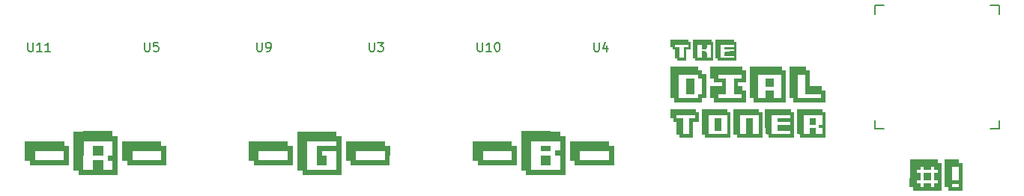
<source format=gto>
G04 #@! TF.GenerationSoftware,KiCad,Pcbnew,(6.0.6-0)*
G04 #@! TF.CreationDate,2022-09-14T12:48:58-04:00*
G04 #@! TF.ProjectId,dial_toner_mx,6469616c-5f74-46f6-9e65-725f6d782e6b,rev?*
G04 #@! TF.SameCoordinates,Original*
G04 #@! TF.FileFunction,Legend,Top*
G04 #@! TF.FilePolarity,Positive*
%FSLAX46Y46*%
G04 Gerber Fmt 4.6, Leading zero omitted, Abs format (unit mm)*
G04 Created by KiCad (PCBNEW (6.0.6-0)) date 2022-09-14 12:48:58*
%MOMM*%
%LPD*%
G01*
G04 APERTURE LIST*
%ADD10C,0.150000*%
%ADD11R,1.700000X1.700000*%
%ADD12O,1.700000X1.700000*%
%ADD13C,1.700000*%
%ADD14C,1.701800*%
%ADD15C,0.990600*%
%ADD16C,3.429000*%
%ADD17C,2.032000*%
G04 APERTURE END LIST*
D10*
X145827904Y-123174380D02*
X145827904Y-123983904D01*
X145875523Y-124079142D01*
X145923142Y-124126761D01*
X146018380Y-124174380D01*
X146208857Y-124174380D01*
X146304095Y-124126761D01*
X146351714Y-124079142D01*
X146399333Y-123983904D01*
X146399333Y-123174380D01*
X147399333Y-124174380D02*
X146827904Y-124174380D01*
X147113619Y-124174380D02*
X147113619Y-123174380D01*
X147018380Y-123317238D01*
X146923142Y-123412476D01*
X146827904Y-123460095D01*
X148018380Y-123174380D02*
X148113619Y-123174380D01*
X148208857Y-123222000D01*
X148256476Y-123269619D01*
X148304095Y-123364857D01*
X148351714Y-123555333D01*
X148351714Y-123793428D01*
X148304095Y-123983904D01*
X148256476Y-124079142D01*
X148208857Y-124126761D01*
X148113619Y-124174380D01*
X148018380Y-124174380D01*
X147923142Y-124126761D01*
X147875523Y-124079142D01*
X147827904Y-123983904D01*
X147780285Y-123793428D01*
X147780285Y-123555333D01*
X147827904Y-123364857D01*
X147875523Y-123269619D01*
X147923142Y-123222000D01*
X148018380Y-123174380D01*
X108204095Y-123174380D02*
X108204095Y-123983904D01*
X108251714Y-124079142D01*
X108299333Y-124126761D01*
X108394571Y-124174380D01*
X108585047Y-124174380D01*
X108680285Y-124126761D01*
X108727904Y-124079142D01*
X108775523Y-123983904D01*
X108775523Y-123174380D01*
X109727904Y-123174380D02*
X109251714Y-123174380D01*
X109204095Y-123650571D01*
X109251714Y-123602952D01*
X109346952Y-123555333D01*
X109585047Y-123555333D01*
X109680285Y-123602952D01*
X109727904Y-123650571D01*
X109775523Y-123745809D01*
X109775523Y-123983904D01*
X109727904Y-124079142D01*
X109680285Y-124126761D01*
X109585047Y-124174380D01*
X109346952Y-124174380D01*
X109251714Y-124126761D01*
X109204095Y-124079142D01*
X133604095Y-123174380D02*
X133604095Y-123983904D01*
X133651714Y-124079142D01*
X133699333Y-124126761D01*
X133794571Y-124174380D01*
X133985047Y-124174380D01*
X134080285Y-124126761D01*
X134127904Y-124079142D01*
X134175523Y-123983904D01*
X134175523Y-123174380D01*
X134556476Y-123174380D02*
X135175523Y-123174380D01*
X134842190Y-123555333D01*
X134985047Y-123555333D01*
X135080285Y-123602952D01*
X135127904Y-123650571D01*
X135175523Y-123745809D01*
X135175523Y-123983904D01*
X135127904Y-124079142D01*
X135080285Y-124126761D01*
X134985047Y-124174380D01*
X134699333Y-124174380D01*
X134604095Y-124126761D01*
X134556476Y-124079142D01*
X120904095Y-123174380D02*
X120904095Y-123983904D01*
X120951714Y-124079142D01*
X120999333Y-124126761D01*
X121094571Y-124174380D01*
X121285047Y-124174380D01*
X121380285Y-124126761D01*
X121427904Y-124079142D01*
X121475523Y-123983904D01*
X121475523Y-123174380D01*
X121999333Y-124174380D02*
X122189809Y-124174380D01*
X122285047Y-124126761D01*
X122332666Y-124079142D01*
X122427904Y-123936285D01*
X122475523Y-123745809D01*
X122475523Y-123364857D01*
X122427904Y-123269619D01*
X122380285Y-123222000D01*
X122285047Y-123174380D01*
X122094571Y-123174380D01*
X121999333Y-123222000D01*
X121951714Y-123269619D01*
X121904095Y-123364857D01*
X121904095Y-123602952D01*
X121951714Y-123698190D01*
X121999333Y-123745809D01*
X122094571Y-123793428D01*
X122285047Y-123793428D01*
X122380285Y-123745809D01*
X122427904Y-123698190D01*
X122475523Y-123602952D01*
X159004095Y-123174380D02*
X159004095Y-123983904D01*
X159051714Y-124079142D01*
X159099333Y-124126761D01*
X159194571Y-124174380D01*
X159385047Y-124174380D01*
X159480285Y-124126761D01*
X159527904Y-124079142D01*
X159575523Y-123983904D01*
X159575523Y-123174380D01*
X160480285Y-123507714D02*
X160480285Y-124174380D01*
X160242190Y-123126761D02*
X160004095Y-123841047D01*
X160623142Y-123841047D01*
X95027904Y-123174380D02*
X95027904Y-123983904D01*
X95075523Y-124079142D01*
X95123142Y-124126761D01*
X95218380Y-124174380D01*
X95408857Y-124174380D01*
X95504095Y-124126761D01*
X95551714Y-124079142D01*
X95599333Y-123983904D01*
X95599333Y-123174380D01*
X96599333Y-124174380D02*
X96027904Y-124174380D01*
X96313619Y-124174380D02*
X96313619Y-123174380D01*
X96218380Y-123317238D01*
X96123142Y-123412476D01*
X96027904Y-123460095D01*
X97551714Y-124174380D02*
X96980285Y-124174380D01*
X97266000Y-124174380D02*
X97266000Y-123174380D01*
X97170761Y-123317238D01*
X97075523Y-123412476D01*
X96980285Y-123460095D01*
G36*
X125486013Y-133219331D02*
G01*
X129877437Y-133219331D01*
X129887672Y-133490148D01*
X129897906Y-133760965D01*
X130168723Y-133771199D01*
X130439540Y-133781434D01*
X130439540Y-138172858D01*
X128235045Y-138181905D01*
X126030549Y-138190952D01*
X126030549Y-137628322D01*
X125467919Y-137628322D01*
X125468063Y-137593190D01*
X126592652Y-137593190D01*
X129859872Y-137593190D01*
X129859872Y-135450175D01*
X128243827Y-135450175D01*
X128243827Y-135977146D01*
X128807714Y-135977146D01*
X128798039Y-136530465D01*
X128788364Y-137083785D01*
X128235045Y-137093460D01*
X127681725Y-137103135D01*
X127681725Y-134852941D01*
X129859872Y-134852941D01*
X129859872Y-134325970D01*
X126592652Y-134325970D01*
X126592652Y-137593190D01*
X125468063Y-137593190D01*
X125476966Y-135423826D01*
X125486013Y-133219331D01*
G37*
G36*
X110080895Y-134325970D02*
G01*
X110080895Y-134852941D01*
X110642998Y-134852941D01*
X110642998Y-137101351D01*
X108453140Y-137101351D01*
X108067240Y-137100985D01*
X107702280Y-137099929D01*
X107364304Y-137098249D01*
X107059352Y-137096007D01*
X106793469Y-137093267D01*
X106572697Y-137090094D01*
X106403078Y-137086551D01*
X106290655Y-137082703D01*
X106241470Y-137078612D01*
X106239862Y-137077930D01*
X106228451Y-137033654D01*
X106220116Y-136938661D01*
X106216484Y-136812480D01*
X106216442Y-136796878D01*
X106216442Y-136539248D01*
X105689471Y-136539248D01*
X105689471Y-136504117D01*
X106813675Y-136504117D01*
X110080895Y-136504117D01*
X110080895Y-135450175D01*
X106813675Y-135450175D01*
X106813675Y-136504117D01*
X105689471Y-136504117D01*
X105689471Y-134325970D01*
X110080895Y-134325970D01*
G37*
G36*
X103511324Y-135977146D02*
G01*
X102387119Y-135977146D01*
X102387119Y-134852941D01*
X103511324Y-134852941D01*
X103511324Y-135977146D01*
G37*
G36*
X99119899Y-134325970D02*
G01*
X99119899Y-134849986D01*
X99392168Y-134860246D01*
X99664436Y-134870507D01*
X99664436Y-137083785D01*
X97459941Y-137092832D01*
X95255446Y-137101878D01*
X95255446Y-136539248D01*
X94693343Y-136539248D01*
X94693343Y-136504117D01*
X95817548Y-136504117D01*
X99084768Y-136504117D01*
X99084768Y-135450175D01*
X95817548Y-135450175D01*
X95817548Y-136504117D01*
X94693343Y-136504117D01*
X94693343Y-134325970D01*
X99119899Y-134325970D01*
G37*
G36*
X153002679Y-133210284D02*
G01*
X155207175Y-133219331D01*
X155217435Y-133491600D01*
X155227696Y-133763868D01*
X155751711Y-133763868D01*
X155751711Y-138190424D01*
X153561854Y-138190424D01*
X153175954Y-138190058D01*
X152810994Y-138189003D01*
X152473017Y-138187322D01*
X152168066Y-138185080D01*
X151902183Y-138182340D01*
X151681411Y-138179167D01*
X151511792Y-138175624D01*
X151399369Y-138171776D01*
X151350184Y-138167686D01*
X151348576Y-138167003D01*
X151337165Y-138122727D01*
X151328830Y-138027734D01*
X151325198Y-137901554D01*
X151325155Y-137885952D01*
X151325155Y-137628322D01*
X150798184Y-137628322D01*
X150798184Y-137593190D01*
X151922389Y-137593190D01*
X155189609Y-137593190D01*
X155189609Y-135977146D01*
X154627507Y-135977146D01*
X154627507Y-135415044D01*
X155189609Y-135415044D01*
X155189609Y-134325970D01*
X151922389Y-134325970D01*
X151922389Y-137593190D01*
X150798184Y-137593190D01*
X150798184Y-133201238D01*
X153002679Y-133210284D01*
G37*
G36*
X100191407Y-133219331D02*
G01*
X102395902Y-133210284D01*
X104600397Y-133201238D01*
X104600397Y-133763868D01*
X105162500Y-133763868D01*
X105162500Y-138190424D01*
X100735944Y-138190424D01*
X100735944Y-137628322D01*
X100173313Y-137628322D01*
X100173457Y-137593190D01*
X101297344Y-137593190D01*
X102387119Y-137593190D01*
X102387119Y-136504117D01*
X103511324Y-136504117D01*
X103511324Y-137593190D01*
X104565266Y-137593190D01*
X104565266Y-136539248D01*
X104038295Y-136539248D01*
X104038295Y-135977146D01*
X104565266Y-135977146D01*
X104565266Y-134325268D01*
X101315612Y-134343536D01*
X101297344Y-137593190D01*
X100173457Y-137593190D01*
X100182360Y-135423826D01*
X100191407Y-133219331D01*
G37*
G36*
X149709111Y-134325970D02*
G01*
X149709111Y-134852941D01*
X150271213Y-134852941D01*
X150271213Y-137101351D01*
X148081356Y-137101351D01*
X147695456Y-137100985D01*
X147330496Y-137099929D01*
X146992519Y-137098249D01*
X146687568Y-137096007D01*
X146421685Y-137093267D01*
X146200913Y-137090094D01*
X146031294Y-137086551D01*
X145918871Y-137082703D01*
X145869686Y-137078612D01*
X145868078Y-137077930D01*
X145856667Y-137033654D01*
X145848332Y-136938661D01*
X145844700Y-136812480D01*
X145844657Y-136796878D01*
X145844657Y-136539248D01*
X145317686Y-136539248D01*
X145317686Y-136504117D01*
X146441891Y-136504117D01*
X149709111Y-136504117D01*
X149709111Y-135450175D01*
X146441891Y-135450175D01*
X146441891Y-136504117D01*
X145317686Y-136504117D01*
X145317686Y-134325970D01*
X149709111Y-134325970D01*
G37*
G36*
X124414505Y-134325970D02*
G01*
X124414505Y-134852941D01*
X124941476Y-134852941D01*
X124941476Y-137101351D01*
X120550051Y-137101351D01*
X120550051Y-136539248D01*
X119987949Y-136539248D01*
X119987949Y-136504117D01*
X121112154Y-136504117D01*
X124379374Y-136504117D01*
X124379374Y-135450175D01*
X121112154Y-135450175D01*
X121112154Y-136504117D01*
X119987949Y-136504117D01*
X119987949Y-134325970D01*
X124414505Y-134325970D01*
G37*
G36*
X160705238Y-134325970D02*
G01*
X160705238Y-134849986D01*
X160977507Y-134860246D01*
X161249775Y-134870507D01*
X161249775Y-137083785D01*
X159045280Y-137092832D01*
X156840785Y-137101878D01*
X156840785Y-136539248D01*
X156278682Y-136539248D01*
X156278682Y-136504117D01*
X157402887Y-136504117D01*
X160670107Y-136504117D01*
X160670107Y-135450175D01*
X157402887Y-135450175D01*
X157402887Y-136504117D01*
X156278682Y-136504117D01*
X156278682Y-134325970D01*
X160705238Y-134325970D01*
G37*
G36*
X154100536Y-137101351D02*
G01*
X153561854Y-137101351D01*
X153374010Y-137099897D01*
X153211564Y-137095888D01*
X153087232Y-137089854D01*
X153013731Y-137082326D01*
X152999752Y-137077930D01*
X152991648Y-137036384D01*
X152984759Y-136937296D01*
X152979616Y-136793382D01*
X152976748Y-136617359D01*
X152976331Y-136515827D01*
X152976331Y-135977146D01*
X154100536Y-135977146D01*
X154100536Y-137101351D01*
G37*
G36*
X135375501Y-134325970D02*
G01*
X135375501Y-134852941D01*
X135938590Y-134852941D01*
X135920038Y-137083785D01*
X133715542Y-137092832D01*
X131511047Y-137101878D01*
X131511047Y-136539248D01*
X130948945Y-136539248D01*
X130948945Y-136504117D01*
X132073150Y-136504117D01*
X135340370Y-136504117D01*
X135340370Y-135450175D01*
X132073150Y-135450175D01*
X132073150Y-136504117D01*
X130948945Y-136504117D01*
X130948945Y-134325970D01*
X135375501Y-134325970D01*
G37*
G36*
X154100536Y-135450175D02*
G01*
X153554896Y-135450175D01*
X153336985Y-135448836D01*
X153180504Y-135444326D01*
X153076667Y-135435907D01*
X153016683Y-135422839D01*
X152991764Y-135404384D01*
X152991068Y-135402775D01*
X152983325Y-135345341D01*
X152980587Y-135240595D01*
X152983388Y-135112941D01*
X152993897Y-134870507D01*
X153547216Y-134860832D01*
X154100536Y-134851157D01*
X154100536Y-135450175D01*
G37*
G36*
X199450710Y-136363723D02*
G01*
X200249949Y-136373165D01*
X200260485Y-136575171D01*
X200271021Y-136777176D01*
X200653960Y-136777176D01*
X200653960Y-139939002D01*
X199037916Y-139939002D01*
X199037916Y-139552556D01*
X198651470Y-139552556D01*
X198651470Y-139517425D01*
X199459493Y-139517425D01*
X200232383Y-139517425D01*
X200232383Y-139166111D01*
X199459493Y-139166111D01*
X199459493Y-139517425D01*
X198651470Y-139517425D01*
X198651470Y-138744534D01*
X199459493Y-138744534D01*
X200232383Y-138744534D01*
X200232383Y-137198753D01*
X199459493Y-137198753D01*
X199459493Y-138744534D01*
X198651470Y-138744534D01*
X198651470Y-136354280D01*
X199450710Y-136363723D01*
G37*
G36*
X194699188Y-136373165D02*
G01*
X197878580Y-136354883D01*
X197878580Y-136777176D01*
X198265025Y-136777176D01*
X198265025Y-139939002D01*
X195103199Y-139939002D01*
X195103199Y-139552556D01*
X194680907Y-139552556D01*
X194683331Y-139130980D01*
X195524776Y-139130980D01*
X195911221Y-139130980D01*
X195911221Y-139517425D01*
X196262535Y-139517425D01*
X196262535Y-139130980D01*
X197105689Y-139130980D01*
X197105689Y-139517425D01*
X197457003Y-139517425D01*
X197457003Y-139130980D01*
X197843448Y-139130980D01*
X197843448Y-138779666D01*
X197454773Y-138779666D01*
X197474569Y-137954078D01*
X197659008Y-137943459D01*
X197843448Y-137932840D01*
X197843448Y-137585198D01*
X197457003Y-137585198D01*
X197457003Y-137198753D01*
X197105689Y-137198753D01*
X197105689Y-137585198D01*
X196262535Y-137585198D01*
X196262535Y-137198753D01*
X195911221Y-137198753D01*
X195911221Y-137585198D01*
X195524776Y-137585198D01*
X195524776Y-137932840D01*
X195893656Y-137954078D01*
X195903554Y-138366872D01*
X195913451Y-138779666D01*
X195524776Y-138779666D01*
X195524776Y-139130980D01*
X194683331Y-139130980D01*
X194690047Y-137962861D01*
X194699188Y-136373165D01*
G37*
G36*
X197088123Y-138762100D02*
G01*
X196692236Y-138772040D01*
X196510432Y-138774646D01*
X196388352Y-138771040D01*
X196315655Y-138760284D01*
X196282000Y-138741442D01*
X196278143Y-138734533D01*
X196271473Y-138681131D01*
X196267926Y-138574684D01*
X196267840Y-138432356D01*
X196270019Y-138320583D01*
X196280101Y-137954078D01*
X197088123Y-137954078D01*
X197088123Y-138762100D01*
G37*
G36*
X181914261Y-130680541D02*
G01*
X184830955Y-130680541D01*
X184830955Y-131031855D01*
X185182269Y-131031855D01*
X185182269Y-133912630D01*
X182301494Y-133912630D01*
X182301494Y-133564988D01*
X182117055Y-133554369D01*
X181932615Y-133543750D01*
X181932502Y-133526184D01*
X182687940Y-133526184D01*
X183355436Y-133526184D01*
X183355436Y-132823556D01*
X184093196Y-132823556D01*
X184093196Y-133526184D01*
X184795824Y-133526184D01*
X184795824Y-132823556D01*
X184444510Y-132823556D01*
X184444510Y-132472242D01*
X184795824Y-132472242D01*
X184795824Y-131418300D01*
X182687940Y-131418300D01*
X182687940Y-133526184D01*
X181932502Y-133526184D01*
X181923438Y-132112146D01*
X181914261Y-130680541D01*
G37*
G36*
X172982891Y-131742077D02*
G01*
X173360554Y-131752049D01*
X173360554Y-133192436D01*
X173007464Y-133202371D01*
X172856285Y-133204254D01*
X172732208Y-133201359D01*
X172651453Y-133194314D01*
X172629801Y-133187732D01*
X172622370Y-133146658D01*
X172615841Y-133046226D01*
X172610577Y-132897342D01*
X172606939Y-132710909D01*
X172605289Y-132497831D01*
X172605229Y-132447633D01*
X172605229Y-131732106D01*
X172982891Y-131742077D01*
G37*
G36*
X177664150Y-130680541D02*
G01*
X177664150Y-131031855D01*
X178015464Y-131031855D01*
X178015464Y-133912630D01*
X175134689Y-133912630D01*
X175134689Y-133561316D01*
X174783375Y-133561316D01*
X174783375Y-133526184D01*
X175521135Y-133526184D01*
X176188631Y-133526184D01*
X176188631Y-131734483D01*
X176926391Y-131734483D01*
X176926391Y-133526184D01*
X177629019Y-133526184D01*
X177629019Y-131418300D01*
X175521135Y-131418300D01*
X175521135Y-133526184D01*
X174783375Y-133526184D01*
X174783375Y-130680541D01*
X177664150Y-130680541D01*
G37*
G36*
X170497345Y-130680541D02*
G01*
X170497345Y-131031855D01*
X170848659Y-131031855D01*
X170848659Y-132120928D01*
X170146031Y-132120928D01*
X170146031Y-133912630D01*
X168670512Y-133912630D01*
X168670512Y-133561316D01*
X168319198Y-133561316D01*
X168319198Y-132120928D01*
X167967884Y-132120928D01*
X167967884Y-131769614D01*
X167616570Y-131769614D01*
X167616570Y-131734483D01*
X168354330Y-131734483D01*
X169056958Y-131734483D01*
X169056958Y-133526184D01*
X169759586Y-133526184D01*
X169759586Y-131734483D01*
X170462214Y-131734483D01*
X170462214Y-131418300D01*
X168354330Y-131418300D01*
X168354330Y-131734483D01*
X167616570Y-131734483D01*
X167616570Y-130680541D01*
X170497345Y-130680541D01*
G37*
G36*
X184093196Y-132472242D02*
G01*
X183355436Y-132472242D01*
X183355436Y-131734483D01*
X184093196Y-131734483D01*
X184093196Y-132472242D01*
G37*
G36*
X174818507Y-122881371D02*
G01*
X174818507Y-123004331D01*
X174822761Y-123083058D01*
X174849029Y-123118044D01*
X174917567Y-123127016D01*
X174959032Y-123127291D01*
X175099558Y-123127291D01*
X175099558Y-125200043D01*
X172991674Y-125200043D01*
X172991674Y-125077083D01*
X172986236Y-124994672D01*
X172955553Y-124960874D01*
X172878073Y-124954139D01*
X172868714Y-124954123D01*
X172745754Y-124954123D01*
X172745754Y-124918992D01*
X173272725Y-124918992D01*
X174818507Y-124918992D01*
X174818507Y-124708204D01*
X173761609Y-124708204D01*
X173771870Y-124435935D01*
X173782131Y-124163667D01*
X174818507Y-124144223D01*
X174818507Y-123935313D01*
X173764565Y-123935313D01*
X173764565Y-123654262D01*
X174818507Y-123654262D01*
X174818507Y-123408342D01*
X173272725Y-123408342D01*
X173272725Y-124918992D01*
X172745754Y-124918992D01*
X172745754Y-122881371D01*
X174818507Y-122881371D01*
G37*
G36*
X181107027Y-125867540D02*
G01*
X182933860Y-125867540D01*
X182933860Y-126324248D01*
X183390568Y-126324248D01*
X183390568Y-128115949D01*
X184725561Y-128115949D01*
X184725561Y-128572657D01*
X185182269Y-128572657D01*
X185182269Y-129942782D01*
X181563735Y-129942782D01*
X181563735Y-129486074D01*
X182020443Y-129486074D01*
X184690429Y-129486074D01*
X184690429Y-129065703D01*
X183803362Y-129056317D01*
X182916294Y-129046931D01*
X182907018Y-127931509D01*
X182897741Y-126816087D01*
X182020443Y-126816087D01*
X182020443Y-129486074D01*
X181563735Y-129486074D01*
X181107027Y-129486074D01*
X181107027Y-125867540D01*
G37*
G36*
X178330858Y-130680541D02*
G01*
X181247552Y-130680541D01*
X181247552Y-131031855D01*
X181598866Y-131031855D01*
X181598866Y-133912630D01*
X178718092Y-133912630D01*
X178718092Y-133564988D01*
X178349212Y-133543750D01*
X178349099Y-133526184D01*
X179104537Y-133526184D01*
X181212421Y-133526184D01*
X181212421Y-133210002D01*
X179772034Y-133210002D01*
X179772034Y-132472242D01*
X181212421Y-132472242D01*
X181212421Y-132120928D01*
X179772034Y-132120928D01*
X179772034Y-131734483D01*
X181212421Y-131734483D01*
X181212421Y-131418300D01*
X179104537Y-131418300D01*
X179104537Y-133526184D01*
X178349099Y-133526184D01*
X178340035Y-132112146D01*
X178330858Y-130680541D01*
G37*
G36*
X172113389Y-128115949D02*
G01*
X173448382Y-128115949D01*
X173448382Y-127694372D01*
X172570097Y-127694372D01*
X172570097Y-127237664D01*
X172113389Y-127237664D01*
X172113389Y-125867540D01*
X175731923Y-125867540D01*
X175731923Y-126324248D01*
X176188631Y-126324248D01*
X176188631Y-127694372D01*
X175275215Y-127694372D01*
X175275215Y-128115949D01*
X175731923Y-128115949D01*
X175731923Y-128572657D01*
X176188631Y-128572657D01*
X176188631Y-129942782D01*
X172570097Y-129942782D01*
X172570097Y-129486074D01*
X173026806Y-129486074D01*
X175696792Y-129486074D01*
X175696792Y-129064497D01*
X174818507Y-129064497D01*
X174818507Y-127237664D01*
X175696792Y-127237664D01*
X175696792Y-126816087D01*
X173026806Y-126816087D01*
X173026806Y-127237664D01*
X173941408Y-127237664D01*
X173932032Y-128142298D01*
X173922656Y-129046931D01*
X173474731Y-129056764D01*
X173026806Y-129066596D01*
X173026806Y-129486074D01*
X172570097Y-129486074D01*
X172113389Y-129486074D01*
X172113389Y-128115949D01*
G37*
G36*
X167616570Y-125867540D02*
G01*
X170778396Y-125867540D01*
X170778396Y-126324248D01*
X171235104Y-126324248D01*
X171235104Y-126780956D01*
X171691813Y-126780956D01*
X171691813Y-129486074D01*
X171235104Y-129486074D01*
X171235104Y-129942782D01*
X168038147Y-129942782D01*
X168038147Y-129486074D01*
X168529987Y-129486074D01*
X170743265Y-129486074D01*
X170743265Y-129029365D01*
X171199973Y-129029365D01*
X171199973Y-127237664D01*
X170743265Y-127237664D01*
X170743265Y-126816087D01*
X168529987Y-126816087D01*
X168529987Y-129486074D01*
X168038147Y-129486074D01*
X167616570Y-129486074D01*
X167616570Y-125867540D01*
G37*
G36*
X172253915Y-122881371D02*
G01*
X172253915Y-123004331D01*
X172259353Y-123086743D01*
X172290036Y-123120540D01*
X172367516Y-123127275D01*
X172376875Y-123127291D01*
X172499835Y-123127291D01*
X172499835Y-125200043D01*
X170427082Y-125200043D01*
X170427082Y-125077083D01*
X170421644Y-124994672D01*
X170390961Y-124960874D01*
X170313481Y-124954139D01*
X170304122Y-124954123D01*
X170181162Y-124954123D01*
X170181162Y-124918992D01*
X170708133Y-124918992D01*
X171199973Y-124918992D01*
X171199973Y-124143146D01*
X171472241Y-124153406D01*
X171744510Y-124163667D01*
X171754481Y-124541330D01*
X171764452Y-124918992D01*
X172218783Y-124918992D01*
X172218783Y-123408342D01*
X171765153Y-123408342D01*
X171754832Y-123663045D01*
X171744510Y-123917747D01*
X171472241Y-123928008D01*
X171199973Y-123938268D01*
X171199973Y-123408342D01*
X170708133Y-123408342D01*
X170708133Y-124918992D01*
X170181162Y-124918992D01*
X170181162Y-122881371D01*
X172253915Y-122881371D01*
G37*
G36*
X170321688Y-129064497D02*
G01*
X169408272Y-129064497D01*
X169408272Y-127237664D01*
X170321688Y-127237664D01*
X170321688Y-129064497D01*
G37*
G36*
X179315326Y-128151081D02*
G01*
X178401909Y-128151081D01*
X178401909Y-127237664D01*
X179315326Y-127237664D01*
X179315326Y-128151081D01*
G37*
G36*
X167616570Y-122881371D02*
G01*
X169689323Y-122881371D01*
X169689323Y-123004331D01*
X169694761Y-123086743D01*
X169725444Y-123120540D01*
X169802924Y-123127275D01*
X169812283Y-123127291D01*
X169935243Y-123127291D01*
X169935243Y-123935313D01*
X169443403Y-123935313D01*
X169443403Y-125200043D01*
X168389461Y-125200043D01*
X168389461Y-125077083D01*
X168385207Y-124998356D01*
X168358939Y-124963370D01*
X168290401Y-124954398D01*
X168248936Y-124954123D01*
X168108410Y-124954123D01*
X168108410Y-123935313D01*
X167985450Y-123935313D01*
X167906723Y-123931059D01*
X167871737Y-123904791D01*
X167862765Y-123836253D01*
X167862490Y-123794787D01*
X167858768Y-123704814D01*
X167835784Y-123664829D01*
X167775813Y-123654576D01*
X167739530Y-123654262D01*
X168143541Y-123654262D01*
X168670512Y-123654262D01*
X168670512Y-124918992D01*
X169162352Y-124918992D01*
X169162352Y-123654262D01*
X169654191Y-123654262D01*
X169654191Y-123408342D01*
X168143541Y-123408342D01*
X168143541Y-123654262D01*
X167739530Y-123654262D01*
X167616570Y-123654262D01*
X167616570Y-122881371D01*
G37*
G36*
X176610208Y-125867540D02*
G01*
X180228742Y-125867540D01*
X180228742Y-126324248D01*
X180685450Y-126324248D01*
X180685450Y-129942782D01*
X177066916Y-129942782D01*
X177066916Y-129486074D01*
X177523624Y-129486074D01*
X178401909Y-129486074D01*
X178401909Y-128572657D01*
X179315326Y-128572657D01*
X179315326Y-129486074D01*
X180193611Y-129486074D01*
X180193611Y-126816087D01*
X177523624Y-126816087D01*
X177523624Y-129486074D01*
X177066916Y-129486074D01*
X176610208Y-129486074D01*
X176610208Y-125867540D01*
G37*
G36*
X174080748Y-130680541D02*
G01*
X174080748Y-131031855D01*
X174432061Y-131031855D01*
X174432061Y-133912630D01*
X171551287Y-133912630D01*
X171551287Y-133561316D01*
X171199973Y-133561316D01*
X171199973Y-133526184D01*
X171937732Y-133526184D01*
X174045616Y-133526184D01*
X174045616Y-131418300D01*
X171937732Y-131418300D01*
X171937732Y-133526184D01*
X171199973Y-133526184D01*
X171199973Y-130680541D01*
X174080748Y-130680541D01*
G37*
X204790000Y-131958000D02*
X204790000Y-132958000D01*
X191790000Y-118958000D02*
X190790000Y-118958000D01*
X190790000Y-119958000D02*
X190790000Y-118958000D01*
X190790000Y-132958000D02*
X191790000Y-132958000D01*
X204790000Y-118958000D02*
X203790000Y-118958000D01*
X203790000Y-132958000D02*
X204790000Y-132958000D01*
X204790000Y-118958000D02*
X204790000Y-119958000D01*
X190790000Y-132958000D02*
X190790000Y-131958000D01*
%LPC*%
D11*
X208534000Y-128270000D03*
D12*
X208534000Y-130810000D03*
D13*
X143256000Y-122682000D03*
X143256000Y-125222000D03*
X143256000Y-127762000D03*
X150876000Y-122682000D03*
X150876000Y-125222000D03*
X150876000Y-127762000D03*
D14*
X192290000Y-125958000D03*
D15*
X192570000Y-130158000D03*
D16*
X197790000Y-125958000D03*
D14*
X203290000Y-125958000D03*
D17*
X197790000Y-120058000D03*
X202790000Y-122158000D03*
D13*
X105156000Y-122682000D03*
X105156000Y-125222000D03*
X105156000Y-127762000D03*
X112776000Y-122682000D03*
X112776000Y-125222000D03*
X112776000Y-127762000D03*
X130556000Y-122682000D03*
X130556000Y-125222000D03*
X130556000Y-127762000D03*
X138176000Y-122682000D03*
X138176000Y-125222000D03*
X138176000Y-127762000D03*
X117856000Y-122682000D03*
X117856000Y-125222000D03*
X117856000Y-127762000D03*
X125476000Y-122682000D03*
X125476000Y-125222000D03*
X125476000Y-127762000D03*
X155956000Y-122682000D03*
X155956000Y-125222000D03*
X155956000Y-127762000D03*
X163576000Y-122682000D03*
X163576000Y-125222000D03*
X163576000Y-127762000D03*
X92456000Y-122682000D03*
X92456000Y-125222000D03*
X92456000Y-127762000D03*
X100076000Y-122682000D03*
X100076000Y-125222000D03*
X100076000Y-127762000D03*
M02*

</source>
